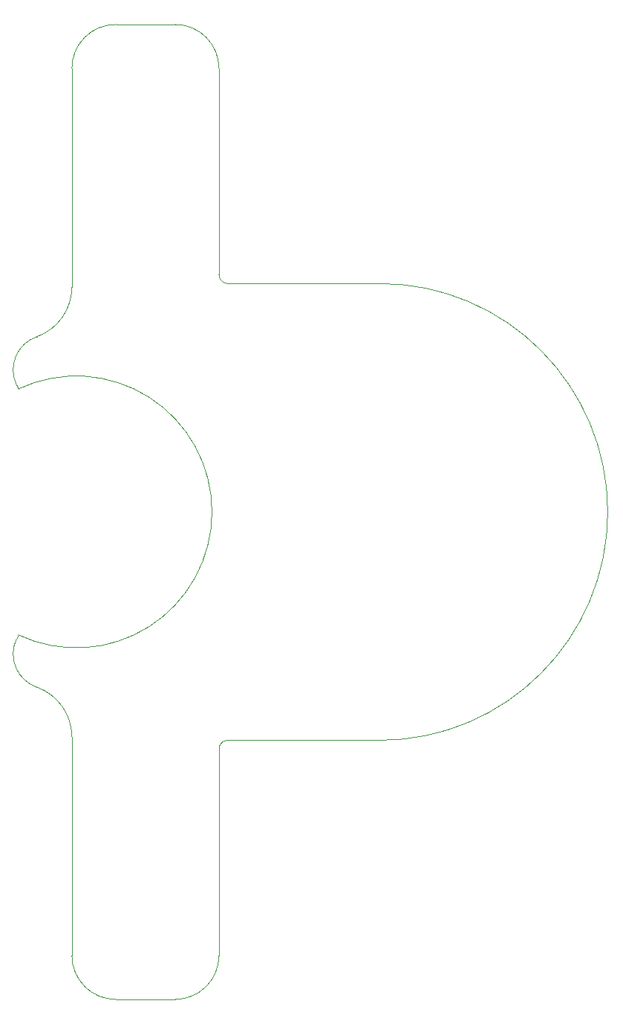
<source format=gbr>
G04 #@! TF.GenerationSoftware,KiCad,Pcbnew,9.0.2*
G04 #@! TF.CreationDate,2025-09-26T14:10:11-04:00*
G04 #@! TF.ProjectId,Trackball,54726163-6b62-4616-9c6c-2e6b69636164,rev?*
G04 #@! TF.SameCoordinates,Original*
G04 #@! TF.FileFunction,Profile,NP*
%FSLAX46Y46*%
G04 Gerber Fmt 4.6, Leading zero omitted, Abs format (unit mm)*
G04 Created by KiCad (PCBNEW 9.0.2) date 2025-09-26 14:10:11*
%MOMM*%
%LPD*%
G01*
G04 APERTURE LIST*
G04 #@! TA.AperFunction,Profile*
%ADD10C,0.050000*%
G04 #@! TD*
G04 APERTURE END LIST*
D10*
X72000000Y-55600000D02*
G75*
G02*
X72000000Y-107600000I0J-26000000D01*
G01*
X54681368Y-55600000D02*
X71999999Y-55600000D01*
X54675467Y-107591902D02*
X72000000Y-107600000D01*
X53675000Y-31100000D02*
X53681401Y-54600344D01*
X36900000Y-55991270D02*
G75*
G02*
X32942683Y-61632846I-5999920J-50D01*
G01*
X30800000Y-67600000D02*
G75*
G02*
X30800000Y-95600000I6600000J-14000000D01*
G01*
X53675000Y-108591902D02*
G75*
G02*
X54675467Y-107591900I1000000J2D01*
G01*
X41900000Y-137100000D02*
G75*
G02*
X36900000Y-132100000I0J5000000D01*
G01*
X36900000Y-55991320D02*
X36900000Y-31100000D01*
X53675000Y-132100000D02*
G75*
G02*
X48675000Y-137100000I-5000000J0D01*
G01*
X32942685Y-61632851D02*
X32895105Y-61650079D01*
X48675000Y-26100000D02*
G75*
G02*
X53675000Y-31100000I0J-5000000D01*
G01*
X32945423Y-101565969D02*
X32897708Y-101548666D01*
X30800003Y-95600000D02*
X30577889Y-96075957D01*
X32897708Y-101548666D02*
G75*
G02*
X30577876Y-96075951I1304892J3781166D01*
G01*
X30577019Y-67122185D02*
G75*
G02*
X32895105Y-61650080I3624721J1691545D01*
G01*
X41900000Y-137100000D02*
X48675000Y-137100000D01*
X36900000Y-31100000D02*
G75*
G02*
X41900000Y-26100000I5000000J0D01*
G01*
X30800000Y-67600002D02*
X30577019Y-67122185D01*
X41900000Y-26100000D02*
X48675000Y-26100000D01*
X53675000Y-132100000D02*
X53675000Y-108591902D01*
X54681368Y-55600000D02*
G75*
G02*
X53681400Y-54600344I32J1000000D01*
G01*
X36900000Y-107206560D02*
X36900000Y-132100000D01*
X32945423Y-101565969D02*
G75*
G02*
X36900002Y-107206558I-2045423J-5640591D01*
G01*
M02*

</source>
